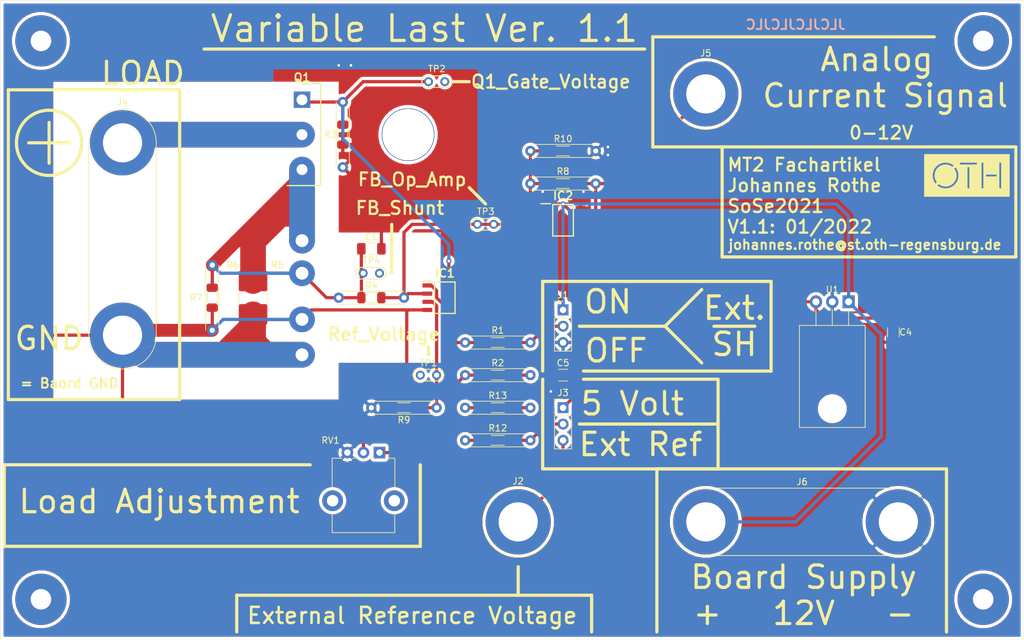
<source format=kicad_pcb>
(kicad_pcb (version 20171130) (host pcbnew "(5.1.7)-1")
  (layers (0 F.Cu signal) (31 B.Cu signal) (34 B.Paste user) (35 F.Paste user) (36 B.SilkS user) (37 F.SilkS user) (38 B.Mask user) (39 F.Mask user) (44 Edge.Cuts user))
  (net 0 "")
  (net 1 "Net-(C1-Pad1)")
  (net 2 GND)
  (net 3 +12V)
  (net 4 "Net-(IC1-Pad1)")
  (net 5 "Net-(IC1-Pad2)")
  (net 6 "Net-(IC1-Pad3)")
  (net 7 "Net-(IC1-Pad5)")
  (net 8 "Net-(IC1-Pad6)")
  (net 9 "Net-(IC2-Pad6)")
  (net 10 "Net-(IC2-Pad5)")
  (net 11 "Net-(IC2-Pad2)")
  (net 12 "Net-(J1-Pad2)")
  (net 13 "Net-(J2-Pad1)")
  (net 14 +5V)
  (net 15 "Net-(J3-Pad2)")
  (net 16 "Net-(J4-Pad1)")
  (net 17 "Net-(R13-Pad2)")
  (net 18 "Net-(R12-Pad2)")
  (net 19 "Net-(R2-Pad2)")
  (module Rothe_Lib:R_0207_Axial_1206_SMD_Mix (layer F.Cu) (at 132.715 106.68 180)
    (fp_text reference R9 (at 0 -1.905) (layer F.SilkS))
    (fp_text value R)
    (pad 2 smd roundrect (at 1.55 0 180) (size 1.3 1.76) (layers F.Cu F.Paste F.Mask) (net 2 GND))
    (pad 1 smd roundrect (at -1.55 0 180) (size 1.3 1.76) (layers F.Cu F.Paste F.Mask) (net 6 "Net-(IC1-Pad3)"))
    (pad 2 thru_hole circle (at 5.08 0 180) (size 1.6 1.6) (drill 0.8) (layers *.Cu *.Mask) (net 2 GND))
    (pad 1 thru_hole circle (at -5.08 0 180) (size 1.6 1.6) (drill 0.8) (layers *.Cu *.Mask) (net 6 "Net-(IC1-Pad3)"))
  )
  (module Leiterplatte:R_0207_Axial_1206_SMD_Mix (layer F.Cu) (at 147.32 106.68)
    (fp_text reference R13 (at 0 -1.905) (layer F.SilkS))
    (fp_text value R)
    (pad 2 smd roundrect (at 1.55 0) (size 1.3 1.76) (layers F.Cu F.Paste F.Mask) (net 17 "Net-(R13-Pad2)"))
    (pad 1 smd roundrect (at -1.55 0) (size 1.3 1.76) (layers F.Cu F.Paste F.Mask) (net 18 "Net-(R12-Pad2)"))
    (pad 2 thru_hole circle (at 5.08 0) (size 1.6 1.6) (drill 0.8) (layers *.Cu *.Mask) (net 17 "Net-(R13-Pad2)"))
    (pad 1 thru_hole circle (at -5.08 0) (size 1.6 1.6) (drill 0.8) (layers *.Cu *.Mask) (net 18 "Net-(R12-Pad2)"))
  )
  (module Leiterplatte:R_0207_Axial_1206_SMD_Mix (layer F.Cu) (at 147.32 111.76 180)
    (fp_text reference R12 (at 0 1.905) (layer F.SilkS))
    (fp_text value R)
    (pad 2 smd roundrect (at 1.55 0 180) (size 1.3 1.76) (layers F.Cu F.Paste F.Mask) (net 18 "Net-(R12-Pad2)"))
    (pad 1 smd roundrect (at -1.55 0 180) (size 1.3 1.76) (layers F.Cu F.Paste F.Mask) (net 15 "Net-(J3-Pad2)"))
    (pad 2 thru_hole circle (at 5.08 0 180) (size 1.6 1.6) (drill 0.8) (layers *.Cu *.Mask) (net 18 "Net-(R12-Pad2)"))
    (pad 1 thru_hole circle (at -5.08 0 180) (size 1.6 1.6) (drill 0.8) (layers *.Cu *.Mask) (net 15 "Net-(J3-Pad2)"))
  )
  (module OTH_Logo:OTH_3000x3000dpi (layer F.Cu) (at 220.345 70.485)
    (fp_text reference G*** hide)
    (fp_text value LOGO hide)
  )
  (module Rothe_Lib:PBV_Shunt (layer F.Cu) (at 116.84 89.535 90)
    (fp_text reference R5 (at 5.08 -3.81 180) (layer F.SilkS))
    (fp_text value R_Shunt)
    (pad 4 thru_hole circle (at 8.89 0 90) (size 4 4) (drill 2) (layers *.Cu *.Mask) (net 1 "Net-(C1-Pad1)"))
    (pad 3 thru_hole circle (at 3.81 0 90) (size 4 4) (drill 2) (layers *.Cu *.Mask) (net 1 "Net-(C1-Pad1)"))
    (pad 2 thru_hole circle (at -3.381 0 90) (size 4 4) (drill 2) (layers *.Cu *.Mask) (net 2 GND))
    (pad 1 thru_hole circle (at -8.89 0 90) (size 4 4) (drill 2) (layers *.Cu *.Mask) (net 2 GND))
  )
  (module Package_TO_SOT_THT:TO-220-3_Horizontal_TabDown (layer F.Cu) (at 201.93 90.17 180)
    (fp_text reference U1 (at 2.54 1.905) (layer F.SilkS))
    (fp_text value L7805)
    (pad 3 thru_hole oval (at 5.08 0 180) (size 1.905 2) (drill 1.1) (layers *.Cu *.Mask) (net 14 +5V))
    (pad 2 thru_hole oval (at 2.54 0 180) (size 1.905 2) (drill 1.1) (layers *.Cu *.Mask) (net 2 GND))
    (pad 1 thru_hole rect (at 0 0 180) (size 1.905 2) (drill 1.1) (layers *.Cu *.Mask) (net 3 +12V))
    (pad "" np_thru_hole oval (at 2.54 -16.66 180) (size 3.5 3.5) (drill 3.5) (layers *.Cu *.Mask))
  )
  (module Capacitor_SMD:C_1206_3216Metric_Pad1.33x1.80mm_HandSolder (layer F.Cu) (at 157.48 101.6 180)
    (fp_text reference C5 (at 0 1.905) (layer F.SilkS))
    (fp_text value C)
    (pad 2 smd roundrect (at 1.5625 0 180) (size 1.325 1.8) (layers F.Cu F.Paste F.Mask) (roundrect_rratio 0.1886769811320755) (net 2 GND))
    (pad 1 smd roundrect (at -1.5625 0 180) (size 1.325 1.8) (layers F.Cu F.Paste F.Mask) (roundrect_rratio 0.1886769811320755) (net 14 +5V))
  )
  (module Capacitor_SMD:C_1206_3216Metric_Pad1.33x1.80mm_HandSolder (layer F.Cu) (at 208.915 94.9075 270)
    (fp_text reference C4 (at 0 -1.905 180) (layer F.SilkS))
    (fp_text value C)
    (pad 2 smd roundrect (at 1.5625 0 270) (size 1.325 1.8) (layers F.Cu F.Paste F.Mask) (roundrect_rratio 0.1886769811320755) (net 2 GND))
    (pad 1 smd roundrect (at -1.5625 0 270) (size 1.325 1.8) (layers F.Cu F.Paste F.Mask) (roundrect_rratio 0.1886769811320755) (net 14 +5V))
  )
  (module Resistor_SMD:R_2816_7142Metric_Pad3.20x4.45mm_HandSolder (layer F.Cu) (at 109.22 89.535 270)
    (fp_text reference R6 (at -5.08 3.175 180) (layer F.SilkS))
    (fp_text value R)
    (pad 2 smd roundrect (at 2.6 0 270) (size 3.2 4.45) (layers F.Cu F.Paste F.Mask) (roundrect_rratio 0.078125) (net 2 GND))
    (pad 1 smd roundrect (at -2.6 0 270) (size 3.2 4.45) (layers F.Cu F.Paste F.Mask) (roundrect_rratio 0.078125) (net 1 "Net-(C1-Pad1)"))
  )
  (module TestPoint:TestPoint_2Pads_Pitch2.54mm_Drill0.8mm (layer F.Cu) (at 126.365 85.725)
    (fp_text reference TP4 (at 1.3 -2) (layer F.SilkS))
    (fp_text value FB_Shunt)
    (pad 2 thru_hole circle (at 2.54 0) (size 1.4 1.4) (drill 0.8) (layers *.Cu *.Mask))
    (pad 1 thru_hole circle (at 0 0) (size 1.4 1.4) (drill 0.8) (layers *.Cu *.Mask) (net 1 "Net-(C1-Pad1)"))
  )
  (module TestPoint:TestPoint_2Pads_Pitch2.54mm_Drill0.8mm (layer F.Cu) (at 144.145 78.105)
    (fp_text reference TP3 (at 1.3 -2) (layer F.SilkS))
    (fp_text value FB_Op_Amp)
    (pad 2 thru_hole circle (at 2.54 0) (size 1.4 1.4) (drill 0.8) (layers *.Cu *.Mask))
    (pad 1 thru_hole circle (at 0 0) (size 1.4 1.4) (drill 0.8) (layers *.Cu *.Mask) (net 5 "Net-(IC1-Pad2)"))
  )
  (module TestPoint:TestPoint_2Pads_Pitch2.54mm_Drill0.8mm (layer F.Cu) (at 136.525 55.88)
    (fp_text reference TP2 (at 1.3 -2) (layer F.SilkS))
    (fp_text value Out/Gate)
    (pad 2 thru_hole circle (at 2.54 0) (size 1.4 1.4) (drill 0.8) (layers *.Cu *.Mask))
    (pad 1 thru_hole circle (at 0 0) (size 1.4 1.4) (drill 0.8) (layers *.Cu *.Mask) (net 8 "Net-(IC1-Pad6)"))
  )
  (module TestPoint:TestPoint_2Pads_Pitch2.54mm_Drill0.8mm (layer F.Cu) (at 137.795 101.6 180)
    (fp_text reference TP1 (at 1.27 1.905) (layer F.SilkS))
    (fp_text value IN+)
    (pad 2 thru_hole circle (at 2.54 0 180) (size 1.4 1.4) (drill 0.8) (layers *.Cu *.Mask))
    (pad 1 thru_hole circle (at 0 0 180) (size 1.4 1.4) (drill 0.8) (layers *.Cu *.Mask) (net 6 "Net-(IC1-Pad3)"))
  )
  (module Capacitor_SMD:C_1206_3216Metric_Pad1.33x1.80mm_HandSolder (layer F.Cu) (at 127.635 81.915)
    (fp_text reference C1 (at 0 -1.85) (layer F.SilkS))
    (fp_text value C)
    (pad 1 smd roundrect (at -1.5625 0) (size 1.325 1.8) (layers F.Cu F.Paste F.Mask) (roundrect_rratio 0.1886769811320755) (net 1 "Net-(C1-Pad1)"))
    (pad 2 smd roundrect (at 1.5625 0) (size 1.325 1.8) (layers F.Cu F.Paste F.Mask) (roundrect_rratio 0.1886769811320755) (net 2 GND))
  )
  (module SOIC127P599X175-8N (layer F.Cu) (at 139.065 89.535)
    (fp_text reference IC1 (at 0 -3.81) (layer F.SilkS) (effects (font (size 1.27 1.27) (thickness 0.254))))
    (fp_text value LTC2057IS8#PBF hide)
    (pad 1 smd rect (at -2.712 -1.905 90) (size 0.65 1.526) (layers F.Cu F.Paste F.Mask) (net 4 "Net-(IC1-Pad1)"))
    (pad 2 smd rect (at -2.712 -0.635 90) (size 0.65 1.526) (layers F.Cu F.Paste F.Mask) (net 5 "Net-(IC1-Pad2)"))
    (pad 3 smd rect (at -2.712 0.635 90) (size 0.65 1.526) (layers F.Cu F.Paste F.Mask) (net 6 "Net-(IC1-Pad3)"))
    (pad 4 smd rect (at -2.712 1.905 90) (size 0.65 1.526) (layers F.Cu F.Paste F.Mask) (net 2 GND))
    (pad 5 smd rect (at 2.712 1.905 90) (size 0.65 1.526) (layers F.Cu F.Paste F.Mask) (net 7 "Net-(IC1-Pad5)"))
    (pad 6 smd rect (at 2.712 0.635 90) (size 0.65 1.526) (layers F.Cu F.Paste F.Mask) (net 8 "Net-(IC1-Pad6)"))
    (pad 7 smd rect (at 2.712 -0.635 90) (size 0.65 1.526) (layers F.Cu F.Paste F.Mask) (net 3 +12V))
    (pad 8 smd rect (at 2.712 -1.905 90) (size 0.65 1.526) (layers F.Cu F.Paste F.Mask) (net 2 GND))
  )
  (module SOIC127P599X175-8N (layer F.Cu) (at 157.48 77.47)
    (fp_text reference IC2 (at 0 -3.81) (layer F.SilkS) (effects (font (size 1.27 1.27) (thickness 0.254))))
    (fp_text value LTC2057IS8#PBF hide)
    (pad 8 smd rect (at 2.712 -1.905 90) (size 0.65 1.526) (layers F.Cu F.Paste F.Mask) (net 2 GND))
    (pad 7 smd rect (at 2.712 -0.635 90) (size 0.65 1.526) (layers F.Cu F.Paste F.Mask) (net 3 +12V))
    (pad 6 smd rect (at 2.712 0.635 90) (size 0.65 1.526) (layers F.Cu F.Paste F.Mask) (net 9 "Net-(IC2-Pad6)"))
    (pad 5 smd rect (at 2.712 1.905 90) (size 0.65 1.526) (layers F.Cu F.Paste F.Mask) (net 10 "Net-(IC2-Pad5)"))
    (pad 4 smd rect (at -2.712 1.905 90) (size 0.65 1.526) (layers F.Cu F.Paste F.Mask) (net 2 GND))
    (pad 3 smd rect (at -2.712 0.635 90) (size 0.65 1.526) (layers F.Cu F.Paste F.Mask) (net 5 "Net-(IC1-Pad2)"))
    (pad 2 smd rect (at -2.712 -0.635 90) (size 0.65 1.526) (layers F.Cu F.Paste F.Mask) (net 11 "Net-(IC2-Pad2)"))
    (pad 1 smd rect (at -2.712 -1.905 90) (size 0.65 1.526) (layers F.Cu F.Paste F.Mask) (net 3 +12V))
  )
  (module Connector_PinHeader_2.54mm:PinHeader_1x03_P2.54mm_Vertical (layer F.Cu) (at 157.48 91.44)
    (fp_text reference J1 (at 0 -2.33) (layer F.SilkS))
    (fp_text value Conn_01x03)
    (pad 3 thru_hole oval (at 0 5.08) (size 1.7 1.7) (drill 1) (layers *.Cu *.Mask) (net 2 GND))
    (pad 2 thru_hole oval (at 0 2.54) (size 1.7 1.7) (drill 1) (layers *.Cu *.Mask) (net 12 "Net-(J1-Pad2)"))
    (pad 1 thru_hole rect (at 0 0) (size 1.7 1.7) (drill 1) (layers *.Cu *.Mask) (net 3 +12V))
  )
  (module Connector:Banana_Jack_1Pin (layer F.Cu) (at 150.495 124.46 180)
    (fp_text reference J2 (at 0 6.35) (layer F.SilkS))
    (fp_text value Conn_01x01)
    (pad 1 thru_hole circle (at 0 0 180) (size 10.16 10.16) (drill 6.1) (layers *.Cu *.Mask) (net 13 "Net-(J2-Pad1)"))
  )
  (module Connector_PinHeader_2.54mm:PinHeader_1x03_P2.54mm_Vertical (layer F.Cu) (at 157.48 106.68)
    (fp_text reference J3 (at 0 -2.33) (layer F.SilkS))
    (fp_text value Conn_01x03)
    (pad 1 thru_hole rect (at 0 0) (size 1.7 1.7) (drill 1) (layers *.Cu *.Mask) (net 14 +5V))
    (pad 2 thru_hole oval (at 0 2.54) (size 1.7 1.7) (drill 1) (layers *.Cu *.Mask) (net 15 "Net-(J3-Pad2)"))
    (pad 3 thru_hole oval (at 0 5.08) (size 1.7 1.7) (drill 1) (layers *.Cu *.Mask) (net 13 "Net-(J2-Pad1)"))
  )
  (module Connector:Banana_Jack_2Pin (layer F.Cu) (at 88.9 65.405 270)
    (fp_text reference J4 (at -6.35 0 180) (layer F.SilkS))
    (fp_text value Conn_01x02)
    (pad 1 thru_hole circle (at 0 0 270) (size 10.16 10.16) (drill 6.1) (layers *.Cu *.Mask) (net 16 "Net-(J4-Pad1)"))
    (pad 2 thru_hole circle (at 29.97 0 270) (size 10.16 10.16) (drill 6.1) (layers *.Cu *.Mask) (net 2 GND))
  )
  (module Connector:Banana_Jack_1Pin (layer F.Cu) (at 179.705 57.785 180)
    (fp_text reference J5 (at 0 6.35) (layer F.SilkS))
    (fp_text value Conn_01x01)
    (pad 1 thru_hole circle (at 0 0 180) (size 10.16 10.16) (drill 6.1) (layers *.Cu *.Mask) (net 9 "Net-(IC2-Pad6)"))
  )
  (module Connector:Banana_Jack_2Pin (layer F.Cu) (at 179.705 124.46)
    (fp_text reference J6 (at 14.985 -6.24) (layer F.SilkS))
    (fp_text value Conn_01x02)
    (pad 2 thru_hole circle (at 29.97 0) (size 10.16 10.16) (drill 6.1) (layers *.Cu *.Mask) (net 2 GND))
    (pad 1 thru_hole circle (at 0 0) (size 10.16 10.16) (drill 6.1) (layers *.Cu *.Mask) (net 3 +12V))
  )
  (module TO544P521X1568X2486-3P (layer F.Cu) (at 116.84 58.695 270)
    (fp_text reference Q1 (at -3.45 0 180) (layer F.SilkS) (effects (font (size 1.27 1.27) (thickness 0.254))))
    (fp_text value IRFP450PBF hide)
    (pad 1 thru_hole rect (at 0 0 270) (size 2.55 2.55) (drill 1.7) (layers *.Cu *.Mask) (net 8 "Net-(IC1-Pad6)"))
    (pad 2 thru_hole circle (at 5.44 0 270) (size 2.55 2.55) (drill 1.7) (layers *.Cu *.Mask) (net 16 "Net-(J4-Pad1)"))
    (pad 3 thru_hole circle (at 10.88 0 270) (size 2.55 2.55) (drill 1.7) (layers *.Cu *.Mask) (net 1 "Net-(C1-Pad1)"))
  )
  (module Leiterplatte:R_0207_Axial_1206_SMD_Mix (layer F.Cu) (at 147.32 96.52 180)
    (fp_text reference R1 (at 0 1.905) (layer F.SilkS))
    (fp_text value R)
    (pad 2 smd roundrect (at 1.55 0 180) (size 1.3 1.76) (layers F.Cu F.Paste F.Mask) (net 4 "Net-(IC1-Pad1)"))
    (pad 1 smd roundrect (at -1.55 0 180) (size 1.3 1.76) (layers F.Cu F.Paste F.Mask) (net 12 "Net-(J1-Pad2)"))
    (pad 2 thru_hole circle (at 5.08 0 180) (size 1.6 1.6) (drill 0.8) (layers *.Cu *.Mask) (net 4 "Net-(IC1-Pad1)"))
    (pad 1 thru_hole circle (at -5.08 0 180) (size 1.6 1.6) (drill 0.8) (layers *.Cu *.Mask) (net 12 "Net-(J1-Pad2)"))
  )
  (module Leiterplatte:R_0207_Axial_1206_SMD_Mix (layer F.Cu) (at 147.32 101.6 180)
    (fp_text reference R2 (at 0 1.905) (layer F.SilkS))
    (fp_text value R)
    (pad 2 smd roundrect (at 1.55 0 180) (size 1.3 1.76) (layers F.Cu F.Paste F.Mask) (net 19 "Net-(R2-Pad2)"))
    (pad 1 smd roundrect (at -1.55 0 180) (size 1.3 1.76) (layers F.Cu F.Paste F.Mask) (net 17 "Net-(R13-Pad2)"))
    (pad 2 thru_hole circle (at 5.08 0 180) (size 1.6 1.6) (drill 0.8) (layers *.Cu *.Mask) (net 19 "Net-(R2-Pad2)"))
    (pad 1 thru_hole circle (at -5.08 0 180) (size 1.6 1.6) (drill 0.8) (layers *.Cu *.Mask) (net 17 "Net-(R13-Pad2)"))
  )
  (module Leiterplatte:R_0207_Axial_1206_SMD_Mix (layer F.Cu) (at 123.19 64.135 270)
    (fp_text reference R3 (at 0 1.905 180) (layer F.SilkS))
    (fp_text value R)
    (pad 1 thru_hole circle (at -5.08 0 270) (size 1.6 1.6) (drill 0.8) (layers *.Cu *.Mask) (net 8 "Net-(IC1-Pad6)"))
    (pad 2 thru_hole circle (at 5.08 0 270) (size 1.6 1.6) (drill 0.8) (layers *.Cu *.Mask) (net 2 GND))
    (pad 1 smd roundrect (at -1.55 0 270) (size 1.3 1.76) (layers F.Cu F.Paste F.Mask) (net 8 "Net-(IC1-Pad6)"))
    (pad 2 smd roundrect (at 1.55 0 270) (size 1.3 1.76) (layers F.Cu F.Paste F.Mask) (net 2 GND))
  )
  (module Leiterplatte:R_0207_Axial_1206_SMD_Mix (layer F.Cu) (at 127.635 89.535 180)
    (fp_text reference R4 (at 0 1.905) (layer F.SilkS))
    (fp_text value R)
    (pad 1 thru_hole circle (at -5.08 0 180) (size 1.6 1.6) (drill 0.8) (layers *.Cu *.Mask) (net 5 "Net-(IC1-Pad2)"))
    (pad 2 thru_hole circle (at 5.08 0 180) (size 1.6 1.6) (drill 0.8) (layers *.Cu *.Mask) (net 1 "Net-(C1-Pad1)"))
    (pad 1 smd roundrect (at -1.55 0 180) (size 1.3 1.76) (layers F.Cu F.Paste F.Mask) (net 5 "Net-(IC1-Pad2)"))
    (pad 2 smd roundrect (at 1.55 0 180) (size 1.3 1.76) (layers F.Cu F.Paste F.Mask) (net 1 "Net-(C1-Pad1)"))
  )
  (module Leiterplatte:R_0207_Axial_1206_SMD_Mix (layer F.Cu) (at 102.87 89.535 270)
    (fp_text reference R7 (at 0 2.54 180) (layer F.SilkS))
    (fp_text value R)
    (pad 1 thru_hole circle (at -5.08 0 270) (size 1.6 1.6) (drill 0.8) (layers *.Cu *.Mask) (net 1 "Net-(C1-Pad1)"))
    (pad 2 thru_hole circle (at 5.08 0 270) (size 1.6 1.6) (drill 0.8) (layers *.Cu *.Mask) (net 2 GND))
    (pad 1 smd roundrect (at -1.55 0 270) (size 1.3 1.76) (layers F.Cu F.Paste F.Mask) (net 1 "Net-(C1-Pad1)"))
    (pad 2 smd roundrect (at 1.55 0 270) (size 1.3 1.76) (layers F.Cu F.Paste F.Mask) (net 2 GND))
  )
  (module Leiterplatte:R_0207_Axial_1206_SMD_Mix (layer F.Cu) (at 157.48 71.755)
    (fp_text reference R8 (at 0 -1.905) (layer F.SilkS))
    (fp_text value R)
    (pad 2 smd roundrect (at 1.55 0) (size 1.3 1.76) (layers F.Cu F.Paste F.Mask) (net 9 "Net-(IC2-Pad6)"))
    (pad 1 smd roundrect (at -1.55 0) (size 1.3 1.76) (layers F.Cu F.Paste F.Mask) (net 11 "Net-(IC2-Pad2)"))
    (pad 2 thru_hole circle (at 5.08 0) (size 1.6 1.6) (drill 0.8) (layers *.Cu *.Mask) (net 9 "Net-(IC2-Pad6)"))
    (pad 1 thru_hole circle (at -5.08 0) (size 1.6 1.6) (drill 0.8) (layers *.Cu *.Mask) (net 11 "Net-(IC2-Pad2)"))
  )
  (module Leiterplatte:R_0207_Axial_1206_SMD_Mix (layer F.Cu) (at 157.48 66.675 180)
    (fp_text reference R10 (at 0 1.905) (layer F.SilkS))
    (fp_text value R)
    (pad 1 thru_hole circle (at -5.08 0 180) (size 1.6 1.6) (drill 0.8) (layers *.Cu *.Mask) (net 2 GND))
    (pad 2 thru_hole circle (at 5.08 0 180) (size 1.6 1.6) (drill 0.8) (layers *.Cu *.Mask) (net 11 "Net-(IC2-Pad2)"))
    (pad 1 smd roundrect (at -1.55 0 180) (size 1.3 1.76) (layers F.Cu F.Paste F.Mask) (net 2 GND))
    (pad 2 smd roundrect (at 1.55 0 180) (size 1.3 1.76) (layers F.Cu F.Paste F.Mask) (net 11 "Net-(IC2-Pad2)"))
  )
  (module Potentiometer_THT:Potentiometer_Alpha_RD901F-40-00D_Single_Vertical_CircularHoles (layer F.Cu) (at 128.905 113.665 270)
    (fp_text reference RV1 (at -1.905 7.62) (layer F.SilkS))
    (fp_text value R_POT)
    (pad 1 thru_hole rect (at 0 0) (size 1.8 1.8) (drill 1) (layers *.Cu *.Mask) (net 19 "Net-(R2-Pad2)"))
    (pad 2 thru_hole circle (at 0 2.5) (size 1.8 1.8) (drill 1) (layers *.Cu *.Mask) (net 6 "Net-(IC1-Pad3)"))
    (pad 3 thru_hole circle (at 0 5) (size 1.8 1.8) (drill 1) (layers *.Cu *.Mask) (net 2 GND))
    (pad "" thru_hole circle (at 7.5 7.3) (size 3.24 3.24) (drill 1.8) (layers *.Cu *.Mask))
    (pad "" thru_hole circle (at 7.5 -2.3) (size 3.24 3.24) (drill 1.8) (layers *.Cu *.Mask))
  )
  (gr_text JLCJLCJLCJLC (at 193.675 46.99) (layer B.SilkS) (effects (font (size 1.5 1.5) (thickness 0.3)) (justify mirror)))
  (gr_line (start 101.6 50.8) (end 170.18 50.8) (layer F.SilkS) (width 0.5))
  (gr_text "Variable Last Ver. 1.1\n" (at 135.89 47.625) (layer F.SilkS) (effects (font (size 4 4) (thickness 0.5))))
  (gr_line (start 227.965 83.185) (end 182.245 83.185) (layer F.SilkS) (width 0.5))
  (gr_text johannes.rothe@st.oth-regensburg.de (at 204.47 81.28) (layer F.SilkS) (effects (font (size 1.5 1.5) (thickness 0.3))))
  (gr_text "MT2 Fachartikel \nJohannes Rothe\nSoSe2021 \nV1.1: 01/2022" (at 182.88 73.66) (layer F.SilkS) (effects (font (size 2 2) (thickness 0.35)) (justify left)))
  (gr_line (start 227.965 83.185) (end 227.965 66.04) (layer F.SilkS) (width 0.5))
  (gr_line (start 182.245 66.04) (end 182.245 83.185) (layer F.SilkS) (width 0.5))
  (gr_line (start 217.17 116.205) (end 217.17 141.605) (layer F.SilkS) (width 0.5))
  (gr_line (start 172.085 116.205) (end 217.17 116.205) (layer F.SilkS) (width 0.5))
  (gr_line (start 172.085 141.605) (end 172.085 116.205) (layer F.SilkS) (width 0.5))
  (gr_line (start 106.68 135.89) (end 106.68 141.605) (layer F.SilkS) (width 0.5))
  (gr_line (start 161.925 135.89) (end 106.68 135.89) (layer F.SilkS) (width 0.5))
  (gr_line (start 161.925 136.525) (end 161.925 135.89) (layer F.SilkS) (width 0.5))
  (gr_line (start 161.925 137.16) (end 161.925 136.525) (layer F.SilkS) (width 0.5))
  (gr_line (start 161.925 141.605) (end 161.925 137.16) (layer F.SilkS) (width 0.5))
  (gr_line (start 97.79 57.15) (end 97.79 105.41) (layer F.SilkS) (width 0.5))
  (gr_text "= Baord GND" (at 80.645 102.87) (layer F.SilkS) (effects (font (size 1.5 1.5) (thickness 0.3))))
  (gr_line (start 145.415 74.93) (end 142.875 72.39) (layer F.SilkS) (width 0.5))
  (gr_text "FB_Op_Amp\n" (at 133.985 71.12) (layer F.SilkS) (effects (font (size 2 2) (thickness 0.35))))
  (gr_line (start 140.335 55.88) (end 142.875 55.88) (layer F.SilkS) (width 0.5))
  (gr_text "Q1_Gate_Voltage\n" (at 155.575 55.88) (layer F.SilkS) (effects (font (size 2 2) (thickness 0.35))))
  (gr_line (start 136.525 97.155) (end 136.525 98.425) (layer F.SilkS) (width 0.5))
  (gr_text Ref_Voltage (at 129.54 95.25) (layer F.SilkS) (effects (font (size 2 2) (thickness 0.35))))
  (gr_line (start 130.81 78.105) (end 130.81 85.725) (layer F.SilkS) (width 0.5))
  (gr_text FB_Shunt (at 132.08 75.565) (layer F.SilkS) (effects (font (size 2 2) (thickness 0.35))))
  (gr_text "\n0-12V" (at 207.01 62.23) (layer F.SilkS) (effects (font (size 2 2) (thickness 0.35))))
  (gr_line (start 180.975 93.98) (end 187.325 93.98) (layer F.SilkS) (width 0.5))
  (gr_circle (center 77.47 65.405) (end 72.39 65.405) (layer F.SilkS) (width 0.5))
  (gr_line (start 80.645 65.405) (end 74.295 65.405) (layer F.SilkS) (width 0.5))
  (gr_line (start 77.47 68.58) (end 77.47 62.23) (layer F.SilkS) (width 0.5))
  (gr_text GND (at 77.47 95.885) (layer F.SilkS) (effects (font (size 3.5 3.5) (thickness 0.5))))
  (gr_text "LOAD\n" (at 92.075 54.61) (layer F.SilkS) (effects (font (size 3.5 3.5) (thickness 0.5))))
  (gr_line (start 71.12 57.15) (end 97.79 57.15) (layer F.SilkS) (width 0.5))
  (gr_line (start 71.12 105.41) (end 71.12 57.15) (layer F.SilkS) (width 0.5))
  (gr_line (start 97.79 105.41) (end 71.12 105.41) (layer F.SilkS) (width 0.5))
  (gr_line (start 135.255 128.27) (end 135.255 115.57) (layer F.SilkS) (width 0.5))
  (gr_line (start 70.485 115.57) (end 118.11 115.57) (layer F.SilkS) (width 0.5))
  (gr_line (start 70.485 128.27) (end 70.485 115.57) (layer F.SilkS) (width 0.5))
  (gr_line (start 135.255 128.27) (end 70.485 128.27) (layer F.SilkS) (width 0.5))
  (gr_line (start 171.45 48.895) (end 215.265 48.895) (layer F.SilkS) (width 0.5))
  (gr_line (start 171.45 66.04) (end 171.45 48.895) (layer F.SilkS) (width 0.5))
  (gr_line (start 227.965 66.04) (end 171.45 66.04) (layer F.SilkS) (width 0.5))
  (gr_text "Analog \nCurrent Signal" (at 207.645 55.245) (layer F.SilkS) (effects (font (size 3.5 3.5) (thickness 0.5))))
  (gr_line (start 179.07 88.265) (end 173.355 93.98) (layer F.SilkS) (width 0.5))
  (gr_line (start 173.355 93.98) (end 179.07 99.695) (layer F.SilkS) (width 0.5))
  (gr_line (start 170.18 93.98) (end 173.355 93.98) (layer F.SilkS) (width 0.5))
  (gr_text "Ext.\nSH" (at 184.15 93.98) (layer F.SilkS) (effects (font (size 3.5 3.5) (thickness 0.5))))
  (gr_line (start 189.865 100.965) (end 171.45 100.965) (layer F.SilkS) (width 0.5))
  (gr_line (start 189.865 86.995) (end 189.865 100.965) (layer F.SilkS) (width 0.5))
  (gr_line (start 154.305 86.995) (end 189.865 86.995) (layer F.SilkS) (width 0.5))
  (gr_line (start 154.305 100.965) (end 154.305 86.995) (layer F.SilkS) (width 0.5))
  (gr_line (start 171.45 100.965) (end 160.655 100.965) (layer F.SilkS) (width 0.5))
  (gr_line (start 160.02 93.98) (end 170.18 93.98) (layer F.SilkS) (width 0.5))
  (gr_text OFF (at 165.735 97.79) (layer F.SilkS) (effects (font (size 3.5 3.5) (thickness 0.5))))
  (gr_text "ON\n" (at 164.465 90.17) (layer F.SilkS) (effects (font (size 3.5 3.5) (thickness 0.5))))
  (gr_line (start 181.61 102.235) (end 160.655 102.235) (layer F.SilkS) (width 0.5))
  (gr_line (start 181.61 109.22) (end 181.61 102.235) (layer F.SilkS) (width 0.5))
  (gr_line (start 154.305 116.205) (end 154.305 102.235) (layer F.SilkS) (width 0.5))
  (gr_line (start 181.61 116.205) (end 154.305 116.205) (layer F.SilkS) (width 0.5))
  (gr_line (start 181.61 109.22) (end 181.61 116.205) (layer F.SilkS) (width 0.5))
  (gr_line (start 160.02 109.22) (end 181.61 109.22) (layer F.SilkS) (width 0.5))
  (gr_text "5 Volt" (at 168.275 106.045) (layer F.SilkS) (effects (font (size 3.5 3.5) (thickness 0.5))))
  (gr_text "Ext Ref\n" (at 169.545 112.395) (layer F.SilkS) (effects (font (size 3.5 3.5) (thickness 0.5))))
  (gr_line (start 150.495 135.89) (end 150.495 131.445) (layer F.SilkS) (width 0.5))
  (gr_text "Board Supply\n+   12V   -" (at 194.945 135.89) (layer F.SilkS) (effects (font (size 3.5 3.5) (thickness 0.5))))
  (gr_text "External Reference Voltage" (at 133.985 139.065) (layer F.SilkS) (effects (font (size 2.5 2.5) (thickness 0.4))))
  (gr_text "Load Adjustment" (at 94.615 121.285) (layer F.SilkS) (effects (font (size 3.5 3.5) (thickness 0.5))))
  (gr_line (start 229.235 43.18) (end 229.235 142.875) (layer Edge.Cuts) (width 0.05))
  (gr_line (start 69.85 43.18) (end 229.235 43.18) (layer Edge.Cuts) (width 0.05))
  (gr_line (start 69.85 142.875) (end 69.85 43.18) (layer Edge.Cuts) (width 0.05))
  (gr_line (start 229.235 142.875) (end 69.85 142.875) (layer Edge.Cuts) (width 0.05))
  (via (at 222.885 136.525) (size 8) (drill 3.2) (layers F.Cu B.Cu) (net 0))
  (via (at 76.2 136.525) (size 8) (drill 3.2) (layers F.Cu B.Cu) (net 0))
  (via (at 76.2 49.53) (size 8) (drill 3.2) (layers F.Cu B.Cu) (net 0))
  (via (at 222.885 49.53) (size 8) (drill 3.2) (layers F.Cu B.Cu) (net 0))
  (via (at 133.35 64.135) (size 8.2) (drill 8) (layers F.Cu B.Cu) (net 0))
  (segment (start 116.84 84.455) (end 118.11 85.725) (width 0.5) (layer F.Cu) (net 1))
  (segment (start 108.17 87.985) (end 109.22 86.935) (width 0.5) (layer F.Cu) (net 1))
  (segment (start 102.87 87.985) (end 102.87 84.455) (width 0.5) (layer F.Cu) (net 1))
  (segment (start 109.22 86.935) (end 109.22 80.645) (width 4) (layer F.Cu) (net 1))
  (segment (start 116.84 69.575) (end 116.84 73.025) (width 4) (layer F.Cu) (net 1))
  (segment (start 116.84 70.485) (end 116.84 69.575) (width 2) (layer F.Cu) (net 1))
  (segment (start 112.395 77.47) (end 112.0775 77.7875) (width 2) (layer F.Cu) (net 1))
  (segment (start 116.84 77.47) (end 112.395 77.47) (width 2) (layer F.Cu) (net 1))
  (segment (start 112.0775 77.7875) (end 116.84 73.025) (width 4) (layer F.Cu) (net 1))
  (segment (start 109.22 80.645) (end 112.0775 77.7875) (width 4) (layer F.Cu) (net 1))
  (segment (start 116.84 73.025) (end 116.84 77.47) (width 4) (layer F.Cu) (net 1))
  (segment (start 116.84 77.47) (end 116.84 80.645) (width 4) (layer F.Cu) (net 1))
  (segment (start 109.22 80.645) (end 106.68 80.645) (width 2) (layer F.Cu) (net 1))
  (segment (start 106.3625 80.9625) (end 116.84 70.485) (width 2) (layer F.Cu) (net 1))
  (segment (start 106.68 80.645) (end 106.3625 80.9625) (width 2) (layer F.Cu) (net 1))
  (segment (start 102.87 84.455) (end 106.3625 80.9625) (width 2) (layer F.Cu) (net 1))
  (segment (start 110.43 85.725) (end 109.22 86.935) (width 0.5) (layer F.Cu) (net 1))
  (segment (start 116.84 85.725) (end 110.43 85.725) (width 0.5) (layer F.Cu) (net 1))
  (segment (start 116.84 69.575) (end 116.84 80.645) (width 4) (layer B.Cu) (net 1))
  (segment (start 104.14 85.725) (end 102.87 84.455) (width 0.5) (layer B.Cu) (net 1))
  (segment (start 116.84 85.725) (end 104.14 85.725) (width 0.5) (layer B.Cu) (net 1))
  (segment (start 126.085 86.005) (end 126.365 85.725) (width 0.5) (layer F.Cu) (net 1))
  (segment (start 126.085 89.535) (end 126.085 86.005) (width 0.5) (layer F.Cu) (net 1))
  (segment (start 126.0725 85.4325) (end 126.365 85.725) (width 0.5) (layer F.Cu) (net 1))
  (segment (start 126.0725 81.915) (end 126.0725 85.4325) (width 0.5) (layer F.Cu) (net 1))
  (segment (start 126.085 89.535) (end 122.555 89.535) (width 0.5) (layer F.Cu) (net 1))
  (segment (start 120.65 89.535) (end 116.84 85.725) (width 0.5) (layer F.Cu) (net 1))
  (segment (start 122.555 89.535) (end 120.65 89.535) (width 0.5) (layer F.Cu) (net 1))
  (segment (start 109.34 90.805) (end 109.22 90.925) (width 0.5) (layer F.Cu) (net 2))
  (segment (start 109.22 92.135) (end 109.28 92.135) (width 0.5) (layer F.Cu) (net 2))
  (segment (start 109.28 92.135) (end 110.49 93.345) (width 0.5) (layer F.Cu) (net 2))
  (segment (start 116.84 94.615) (end 118.11 93.345) (width 0.5) (layer F.Cu) (net 2))
  (segment (start 108.17 91.085) (end 109.22 92.135) (width 0.5) (layer F.Cu) (net 2))
  (segment (start 102.87 91.085) (end 102.87 94.615) (width 0.5) (layer F.Cu) (net 2))
  (segment (start 129.1975 81.915) (end 129.1975 81.5725) (width 0.5) (layer F.Cu) (net 2))
  (segment (start 129.1975 75.2225) (end 123.19 69.215) (width 0.5) (layer F.Cu) (net 2))
  (segment (start 129.1975 81.915) (end 129.1975 75.2225) (width 0.5) (layer F.Cu) (net 2))
  (segment (start 89.66 94.615) (end 88.9 95.375) (width 2) (layer F.Cu) (net 2))
  (segment (start 102.87 94.615) (end 89.66 94.615) (width 2) (layer F.Cu) (net 2))
  (segment (start 88.9 95.375) (end 74.805 95.375) (width 0.5) (layer F.Cu) (net 2))
  (segment (start 74.805 95.375) (end 74.93 95.5) (width 0.5) (layer F.Cu) (net 2))
  (segment (start 88.9 95.375) (end 88.9 109.855) (width 0.5) (layer F.Cu) (net 2))
  (via (at 155.575 104.14) (size 0.8) (drill 0.4) (layers F.Cu B.Cu) (net 2))
  (segment (start 91.95 98.425) (end 88.9 95.375) (width 4) (layer F.Cu) (net 2))
  (segment (start 109.22 93.98) (end 104.775 98.425) (width 4) (layer F.Cu) (net 2))
  (segment (start 109.22 92.135) (end 109.22 93.98) (width 4) (layer F.Cu) (net 2))
  (segment (start 104.775 98.425) (end 91.95 98.425) (width 4) (layer F.Cu) (net 2))
  (segment (start 111.125 98.425) (end 104.775 98.425) (width 4) (layer F.Cu) (net 2))
  (segment (start 109.22 96.52) (end 111.125 98.425) (width 4) (layer F.Cu) (net 2))
  (segment (start 109.22 92.135) (end 109.22 96.52) (width 4) (layer F.Cu) (net 2))
  (segment (start 116.84 98.425) (end 111.125 98.425) (width 4) (layer F.Cu) (net 2))
  (segment (start 110.001 92.916) (end 109.22 92.135) (width 0.5) (layer F.Cu) (net 2))
  (segment (start 116.84 92.916) (end 110.001 92.916) (width 0.5) (layer F.Cu) (net 2))
  (segment (start 91.95 98.425) (end 88.9 95.375) (width 4) (layer B.Cu) (net 2))
  (segment (start 116.84 98.425) (end 91.95 98.425) (width 4) (layer B.Cu) (net 2))
  (segment (start 104.569 92.916) (end 102.87 94.615) (width 0.5) (layer B.Cu) (net 2))
  (segment (start 116.84 92.916) (end 104.569 92.916) (width 0.5) (layer B.Cu) (net 2))
  (segment (start 208.865 96.52) (end 208.915 96.47) (width 0.5) (layer F.Cu) (net 2))
  (segment (start 118.316 91.44) (end 116.84 92.916) (width 0.5) (layer F.Cu) (net 2))
  (segment (start 133.144 91.646) (end 133.35 91.44) (width 0.5) (layer F.Cu) (net 2))
  (segment (start 133.144 100.536) (end 133.144 91.646) (width 0.5) (layer F.Cu) (net 2))
  (segment (start 133.35 91.44) (end 118.316 91.44) (width 0.5) (layer F.Cu) (net 2))
  (segment (start 136.353 91.44) (end 133.35 91.44) (width 0.5) (layer F.Cu) (net 2))
  (via (at 160.655 73.025) (size 0.8) (drill 0.4) (layers F.Cu B.Cu) (net 2))
  (via (at 154.305 73.025) (size 0.8) (drill 0.4) (layers F.Cu B.Cu) (net 2))
  (via (at 164.465 67.31) (size 0.8) (drill 0.4) (layers F.Cu B.Cu) (net 2))
  (via (at 164.465 66.04) (size 0.8) (drill 0.4) (layers F.Cu B.Cu) (net 2))
  (via (at 124.46 53.34) (size 0.8) (drill 0.4) (layers F.Cu B.Cu) (net 2))
  (via (at 122.555 53.34) (size 0.8) (drill 0.4) (layers F.Cu B.Cu) (net 2))
  (segment (start 154.768 75.565) (end 156.21 75.565) (width 0.5) (layer F.Cu) (net 3))
  (segment (start 201.93 90.17) (end 201.93 76.835) (width 0.5) (layer B.Cu) (net 3))
  (segment (start 201.93 76.835) (end 200.025 74.93) (width 0.5) (layer B.Cu) (net 3))
  (via (at 157.48 74.93) (size 0.8) (drill 0.4) (layers F.Cu B.Cu) (net 3))
  (segment (start 156.845 74.93) (end 156.21 75.565) (width 0.5) (layer F.Cu) (net 3))
  (segment (start 157.48 74.93) (end 156.845 74.93) (width 0.5) (layer F.Cu) (net 3))
  (segment (start 159.385 76.835) (end 160.192 76.835) (width 0.5) (layer F.Cu) (net 3))
  (segment (start 157.48 74.93) (end 159.385 76.835) (width 0.5) (layer F.Cu) (net 3))
  (segment (start 144.78 88.9) (end 141.777 88.9) (width 0.5) (layer F.Cu) (net 3))
  (segment (start 144.78 88.9) (end 156.21 88.9) (width 0.5) (layer F.Cu) (net 3))
  (segment (start 157.48 90.17) (end 157.48 91.44) (width 0.5) (layer F.Cu) (net 3))
  (segment (start 156.21 88.9) (end 157.48 90.17) (width 0.5) (layer F.Cu) (net 3))
  (segment (start 200.025 74.93) (end 175.895 74.93) (width 0.5) (layer B.Cu) (net 3))
  (segment (start 175.895 74.93) (end 157.48 74.93) (width 0.5) (layer B.Cu) (net 3))
  (segment (start 157.48 91.44) (end 157.48 74.93) (width 0.5) (layer B.Cu) (net 3))
  (segment (start 207.01 95.25) (end 201.93 90.17) (width 0.5) (layer B.Cu) (net 3))
  (segment (start 207.01 111.125) (end 207.01 95.25) (width 0.5) (layer B.Cu) (net 3))
  (segment (start 193.675 124.46) (end 207.01 111.125) (width 0.5) (layer B.Cu) (net 3))
  (segment (start 179.705 124.46) (end 193.675 124.46) (width 0.5) (layer B.Cu) (net 3))
  (segment (start 136.981002 87.63) (end 137.795 88.443998) (width 0.5) (layer F.Cu) (net 4))
  (segment (start 136.353 87.63) (end 136.981002 87.63) (width 0.5) (layer F.Cu) (net 4))
  (segment (start 139.7 91.44) (end 139.7 95.25) (width 0.5) (layer F.Cu) (net 4))
  (segment (start 139.7 95.25) (end 140.97 96.52) (width 0.5) (layer F.Cu) (net 4))
  (segment (start 140.97 96.52) (end 142.24 96.52) (width 0.5) (layer F.Cu) (net 4))
  (segment (start 137.795 89.535) (end 139.7 91.44) (width 0.5) (layer F.Cu) (net 4))
  (segment (start 137.795 88.443998) (end 137.795 89.535) (width 0.5) (layer F.Cu) (net 4))
  (segment (start 142.24 96.52) (end 145.77 96.52) (width 0.5) (layer F.Cu) (net 4))
  (segment (start 136.353 88.9) (end 135.89 88.9) (width 0.5) (layer F.Cu) (net 5))
  (segment (start 154.768 78.105) (end 133.985 78.105) (width 0.5) (layer F.Cu) (net 5))
  (segment (start 133.985 78.105) (end 132.715 79.375) (width 0.5) (layer F.Cu) (net 5))
  (segment (start 133.35 88.9) (end 132.715 89.535) (width 0.5) (layer F.Cu) (net 5))
  (segment (start 136.353 88.9) (end 133.35 88.9) (width 0.5) (layer F.Cu) (net 5))
  (segment (start 132.715 89.535) (end 129.185 89.535) (width 0.5) (layer F.Cu) (net 5))
  (segment (start 132.715 79.375) (end 132.715 89.535) (width 0.5) (layer F.Cu) (net 5))
  (segment (start 136.353 90.17) (end 137.16 90.17) (width 0.5) (layer F.Cu) (net 6))
  (segment (start 137.16 90.17) (end 137.795 90.805) (width 0.5) (layer F.Cu) (net 6))
  (segment (start 137.795 90.805) (end 137.795 101.6) (width 0.5) (layer F.Cu) (net 6))
  (segment (start 126.405 113.665) (end 126.405 111.72) (width 0.5) (layer F.Cu) (net 6))
  (segment (start 126.405 111.72) (end 127.635 110.49) (width 0.5) (layer F.Cu) (net 6))
  (segment (start 127.635 110.49) (end 132.715 110.49) (width 0.5) (layer F.Cu) (net 6))
  (segment (start 134.265 108.94) (end 134.265 106.68) (width 0.5) (layer F.Cu) (net 6))
  (segment (start 132.715 110.49) (end 134.265 108.94) (width 0.5) (layer F.Cu) (net 6))
  (segment (start 137.795 106.68) (end 134.265 106.68) (width 0.5) (layer F.Cu) (net 6))
  (segment (start 137.795 106.68) (end 137.795 101.6) (width 0.5) (layer F.Cu) (net 6))
  (segment (start 123.19 59.055) (end 123.19 62.585) (width 0.5) (layer F.Cu) (net 8))
  (segment (start 117.2 59.055) (end 116.84 58.695) (width 0.5) (layer F.Cu) (net 8))
  (segment (start 123.19 59.055) (end 117.2 59.055) (width 0.5) (layer F.Cu) (net 8))
  (segment (start 123.19 59.055) (end 126.365 55.88) (width 0.5) (layer F.Cu) (net 8))
  (segment (start 126.365 55.88) (end 136.525 55.88) (width 0.5) (layer F.Cu) (net 8))
  (segment (start 117.115 58.695) (end 116.84 58.695) (width 0.5) (layer B.Cu) (net 8))
  (segment (start 140.335 90.17) (end 141.777 90.17) (width 0.5) (layer F.Cu) (net 8))
  (segment (start 139.7 89.535) (end 140.335 90.17) (width 0.5) (layer F.Cu) (net 8))
  (segment (start 139.7 83.82) (end 139.7 89.535) (width 0.5) (layer F.Cu) (net 8))
  (via (at 139.7 83.82) (size 0.8) (drill 0.4) (layers F.Cu B.Cu) (net 8))
  (segment (start 139.7 83.82) (end 139.7 81.28) (width 0.5) (layer B.Cu) (net 8))
  (segment (start 123.19 64.77) (end 123.19 59.055) (width 0.5) (layer B.Cu) (net 8))
  (segment (start 139.7 81.28) (end 123.19 64.77) (width 0.5) (layer B.Cu) (net 8))
  (segment (start 159.03 71.755) (end 162.56 71.755) (width 0.5) (layer F.Cu) (net 9))
  (segment (start 180.975 59.055) (end 179.705 57.785) (width 0.5) (layer F.Cu) (net 9))
  (segment (start 165.735 71.755) (end 179.705 57.785) (width 0.5) (layer F.Cu) (net 9))
  (segment (start 160.192 78.105) (end 161.925 78.105) (width 0.5) (layer F.Cu) (net 9))
  (segment (start 162.56 77.47) (end 162.56 71.755) (width 0.5) (layer F.Cu) (net 9))
  (segment (start 161.925 78.105) (end 162.56 77.47) (width 0.5) (layer F.Cu) (net 9))
  (segment (start 165.735 71.755) (end 162.56 71.755) (width 0.5) (layer F.Cu) (net 9))
  (segment (start 152.4 71.755) (end 152.4 74.93) (width 0.5) (layer F.Cu) (net 11))
  (segment (start 152.4 71.755) (end 155.93 71.755) (width 0.5) (layer F.Cu) (net 11))
  (segment (start 155.93 66.675) (end 152.4 66.675) (width 0.5) (layer F.Cu) (net 11))
  (segment (start 152.4 71.755) (end 152.4 66.675) (width 0.5) (layer F.Cu) (net 11))
  (segment (start 154.768 76.835) (end 153.035 76.835) (width 0.5) (layer F.Cu) (net 11))
  (segment (start 152.4 76.2) (end 152.4 74.93) (width 0.5) (layer F.Cu) (net 11))
  (segment (start 153.035 76.835) (end 152.4 76.2) (width 0.5) (layer F.Cu) (net 11))
  (segment (start 154.94 93.98) (end 157.48 93.98) (width 0.5) (layer F.Cu) (net 12))
  (segment (start 152.4 96.52) (end 154.94 93.98) (width 0.5) (layer F.Cu) (net 12))
  (segment (start 148.87 96.52) (end 152.4 96.52) (width 0.5) (layer F.Cu) (net 12))
  (segment (start 157.48 117.475) (end 150.495 124.46) (width 0.5) (layer F.Cu) (net 13))
  (segment (start 157.48 111.76) (end 157.48 117.475) (width 0.5) (layer F.Cu) (net 13))
  (segment (start 159.0425 105.1175) (end 157.48 106.68) (width 0.5) (layer F.Cu) (net 14))
  (segment (start 159.0425 101.6) (end 159.0425 105.1175) (width 0.5) (layer F.Cu) (net 14))
  (segment (start 159.0425 101.6) (end 189.23 101.6) (width 0.5) (layer F.Cu) (net 14))
  (segment (start 189.23 101.6) (end 190.5 100.33) (width 0.5) (layer F.Cu) (net 14))
  (segment (start 190.5 100.33) (end 190.5 91.44) (width 0.5) (layer F.Cu) (net 14))
  (segment (start 191.77 90.17) (end 196.85 90.17) (width 0.5) (layer F.Cu) (net 14))
  (segment (start 190.5 91.44) (end 191.77 90.17) (width 0.5) (layer F.Cu) (net 14))
  (segment (start 208.915 93.345) (end 208.28 92.71) (width 0.5) (layer F.Cu) (net 14))
  (segment (start 208.28 92.71) (end 198.12 92.71) (width 0.5) (layer F.Cu) (net 14))
  (segment (start 196.85 91.44) (end 196.85 90.17) (width 0.5) (layer F.Cu) (net 14))
  (segment (start 198.12 92.71) (end 196.85 91.44) (width 0.5) (layer F.Cu) (net 14))
  (segment (start 154.94 109.22) (end 152.4 111.76) (width 0.5) (layer F.Cu) (net 15))
  (segment (start 157.48 109.22) (end 154.94 109.22) (width 0.5) (layer F.Cu) (net 15))
  (segment (start 148.87 111.76) (end 152.4 111.76) (width 0.5) (layer F.Cu) (net 15))
  (segment (start 90.17 64.135) (end 88.9 65.405) (width 4) (layer F.Cu) (net 16))
  (segment (start 116.84 64.135) (end 90.17 64.135) (width 4) (layer F.Cu) (net 16))
  (segment (start 95.25 64.135) (end 94.615 64.135) (width 2) (layer B.Cu) (net 16))
  (segment (start 116.84 64.135) (end 95.25 64.135) (width 4) (layer B.Cu) (net 16))
  (segment (start 90.17 64.135) (end 88.9 65.405) (width 4) (layer B.Cu) (net 16))
  (segment (start 95.25 64.135) (end 90.17 64.135) (width 4) (layer B.Cu) (net 16))
  (segment (start 148.87 101.6) (end 152.4 101.6) (width 0.5) (layer F.Cu) (net 17))
  (segment (start 152.4 106.68) (end 148.87 106.68) (width 0.5) (layer F.Cu) (net 17))
  (segment (start 148.87 101.6) (end 148.87 106.68) (width 0.5) (layer F.Cu) (net 17))
  (segment (start 142.24 106.68) (end 145.77 106.68) (width 0.5) (layer F.Cu) (net 18))
  (segment (start 142.24 111.76) (end 145.77 111.76) (width 0.5) (layer F.Cu) (net 18))
  (segment (start 145.77 111.76) (end 145.77 106.68) (width 0.5) (layer F.Cu) (net 18))
  (segment (start 145.77 101.6) (end 142.24 101.6) (width 0.5) (layer F.Cu) (net 19))
  (segment (start 142.24 101.6) (end 139.7 104.14) (width 0.5) (layer F.Cu) (net 19))
  (segment (start 139.7 104.14) (end 139.7 111.76) (width 0.5) (layer F.Cu) (net 19))
  (segment (start 139.7 111.76) (end 137.795 113.665) (width 0.5) (layer F.Cu) (net 19))
  (segment (start 137.795 113.665) (end 128.905 113.665) (width 0.5) (layer F.Cu) (net 19))
  (zone (net 0) (net_name "") (layers F&B.Cu) (connect_pads (clearance 0.508)) (min_thickness 0.254)
    (keepout (tracks allowed) (vias allowed) (copperpour not_allowed))
    (fill (arc_segments 32) (thermal_gap 0.508) (thermal_bridge_width 0.508))
    (polygon (pts (xy 122.555 79.375) (xy 138.43 79.375) (xy 138.43 99.695) (xy 122.555 99.695)))
  )
  (zone (net 0) (net_name "") (layers F&B.Cu) (connect_pads (clearance 0.508)) (min_thickness 0.254)
    (keepout (tracks allowed) (vias allowed) (copperpour not_allowed))
    (fill (arc_segments 32) (thermal_gap 0.508) (thermal_bridge_width 0.508))
    (polygon (pts (xy 78.105 55.88) (xy 122.555 55.88) (xy 122.555 105.41) (xy 78.105 105.41)))
  )
  (zone (net 0) (net_name "") (layer B.Cu) (connect_pads (clearance 0.508)) (min_thickness 0.254)
    (keepout (tracks allowed) (vias allowed) (copperpour not_allowed))
    (fill (arc_segments 32) (thermal_gap 0.508) (thermal_bridge_width 0.508))
    (polygon (pts (xy 112.395 74.295) (xy 112.395 53.975) (xy 144.145 53.975) (xy 144.145 74.295)))
  )
  (zone (net 2) (net_name GND) (layer F.Cu) (connect_pads (clearance 0.508)) (min_thickness 0.254) (fill yes (arc_segments 32) (thermal_gap 0.508) (thermal_bridge_width 0.508))
    (polygon (pts (xy 69.85 43.18) (xy 229.235 43.18) (xy 229.235 142.875) (xy 69.85 142.875)))
  )
  (zone (net 2) (net_name GND) (layer B.Cu) (connect_pads (clearance 0.508)) (min_thickness 0.254) (fill yes (arc_segments 32) (thermal_gap 0.508) (thermal_bridge_width 0.508))
    (polygon (pts (xy 69.85 43.18) (xy 229.235 43.18) (xy 229.235 142.875) (xy 69.85 142.875)))
  )
)
</source>
